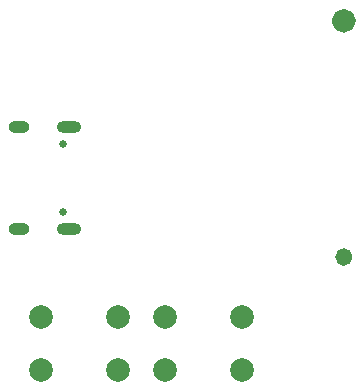
<source format=gbr>
%TF.GenerationSoftware,KiCad,Pcbnew,9.0.5*%
%TF.CreationDate,2025-10-31T02:29:56+01:00*%
%TF.ProjectId,ESP32S3UMCarrierBoard,45535033-3253-4335-954d-436172726965,rev?*%
%TF.SameCoordinates,Original*%
%TF.FileFunction,Soldermask,Bot*%
%TF.FilePolarity,Negative*%
%FSLAX46Y46*%
G04 Gerber Fmt 4.6, Leading zero omitted, Abs format (unit mm)*
G04 Created by KiCad (PCBNEW 9.0.5) date 2025-10-31 02:29:56*
%MOMM*%
%LPD*%
G01*
G04 APERTURE LIST*
%ADD10C,1.025000*%
%ADD11C,0.725000*%
%ADD12C,2.000000*%
%ADD13C,1.100000*%
%ADD14C,1.550000*%
%ADD15C,0.650000*%
%ADD16O,2.100000X1.000000*%
%ADD17O,1.800000X1.000000*%
G04 APERTURE END LIST*
%TO.C,J1*%
D10*
X30412500Y35800000D02*
G75*
G02*
X29387500Y35800000I-512500J0D01*
G01*
X29387500Y35800000D02*
G75*
G02*
X30412500Y35800000I512500J0D01*
G01*
D11*
X30262500Y15800000D02*
G75*
G02*
X29537500Y15800000I-362500J0D01*
G01*
X29537500Y15800000D02*
G75*
G02*
X30262500Y15800000I362500J0D01*
G01*
%TD*%
D12*
%TO.C,SW1*%
X10750000Y6250000D03*
X4250000Y6250000D03*
X10750000Y10750000D03*
X4250000Y10750000D03*
%TD*%
%TO.C,SW2*%
X21250000Y6250000D03*
X14750000Y6250000D03*
X21250000Y10750000D03*
X14750000Y10750000D03*
%TD*%
D13*
%TO.C,J1*%
X29900000Y15800000D03*
D14*
X29900000Y35800000D03*
%TD*%
D15*
%TO.C,J2*%
X6105000Y25390000D03*
X6105000Y19610000D03*
D16*
X6605000Y26820000D03*
D17*
X2425000Y26820000D03*
D16*
X6605000Y18180000D03*
D17*
X2425000Y18180000D03*
%TD*%
M02*

</source>
